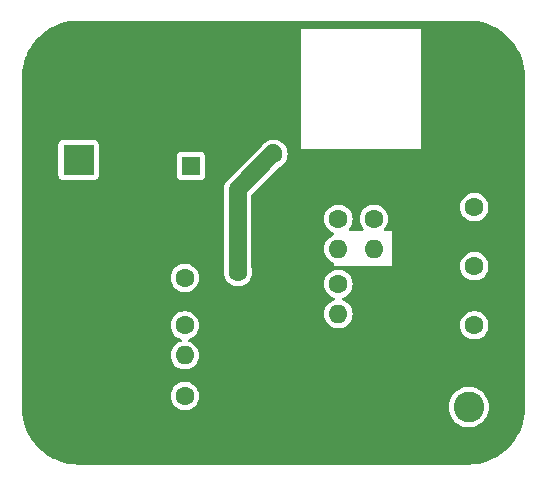
<source format=gtl>
%TF.GenerationSoftware,KiCad,Pcbnew,8.0.5*%
%TF.CreationDate,2024-10-31T21:46:15+08:00*%
%TF.ProjectId,B626_VIN3.7V_VOUT16.5V_IO0.9A,42363236-5f56-4494-9e33-2e37565f564f,rev?*%
%TF.SameCoordinates,Original*%
%TF.FileFunction,Copper,L1,Top*%
%TF.FilePolarity,Positive*%
%FSLAX46Y46*%
G04 Gerber Fmt 4.6, Leading zero omitted, Abs format (unit mm)*
G04 Created by KiCad (PCBNEW 8.0.5) date 2024-10-31 21:46:15*
%MOMM*%
%LPD*%
G01*
G04 APERTURE LIST*
%TA.AperFunction,ComponentPad*%
%ADD10R,2.600000X2.600000*%
%TD*%
%TA.AperFunction,ComponentPad*%
%ADD11C,2.600000*%
%TD*%
%TA.AperFunction,ComponentPad*%
%ADD12R,1.600000X1.600000*%
%TD*%
%TA.AperFunction,ComponentPad*%
%ADD13C,1.600000*%
%TD*%
%TA.AperFunction,ComponentPad*%
%ADD14O,1.600000X1.600000*%
%TD*%
%TA.AperFunction,ComponentPad*%
%ADD15C,6.000000*%
%TD*%
%TA.AperFunction,ViaPad*%
%ADD16C,0.500000*%
%TD*%
%TA.AperFunction,Conductor*%
%ADD17C,1.500000*%
%TD*%
%TA.AperFunction,Conductor*%
%ADD18C,0.500000*%
%TD*%
G04 APERTURE END LIST*
D10*
%TO.P,H2,1*%
%TO.N,VIN*%
X102000000Y-112000000D03*
D11*
%TO.P,H2,2*%
%TO.N,GND*%
X102000000Y-117000000D03*
%TD*%
D12*
%TO.P,C1,1*%
%TO.N,VIN*%
X111500000Y-112500000D03*
D13*
%TO.P,C1,2*%
%TO.N,GND*%
X111500000Y-116000000D03*
%TD*%
D10*
%TO.P,H5,1*%
%TO.N,GND*%
X130040000Y-132920000D03*
D11*
%TO.P,H5,2*%
%TO.N,VOUT*%
X135040000Y-132920000D03*
%TD*%
D13*
%TO.P,R3,1*%
%TO.N,Net-(U2-FB)*%
X127000000Y-117000000D03*
D14*
%TO.P,R3,2*%
%TO.N,GND*%
X127000000Y-119540000D03*
%TD*%
D13*
%TO.P,C6,1*%
%TO.N,VIN*%
X115500000Y-121500000D03*
%TO.P,C6,2*%
%TO.N,GND*%
X120500000Y-121500000D03*
%TD*%
%TO.P,C5,1*%
%TO.N,Net-(U3-K)*%
X111000000Y-122000000D03*
%TO.P,C5,2*%
%TO.N,GND*%
X106000000Y-122000000D03*
%TD*%
%TO.P,C2,1*%
%TO.N,VIN*%
X118500000Y-111500000D03*
%TO.P,C2,2*%
%TO.N,GND*%
X118500000Y-116500000D03*
%TD*%
%TO.P,C7,1*%
%TO.N,VOUT*%
X135500000Y-116000000D03*
%TO.P,C7,2*%
%TO.N,GND*%
X130500000Y-116000000D03*
%TD*%
%TO.P,C8,1*%
%TO.N,VOUT*%
X135500000Y-121000000D03*
%TO.P,C8,2*%
%TO.N,GND*%
X130500000Y-121000000D03*
%TD*%
%TO.P,R1,1*%
%TO.N,VOUT*%
X124000000Y-122500000D03*
D14*
%TO.P,R1,2*%
%TO.N,Net-(U3-K)*%
X124000000Y-125040000D03*
%TD*%
D13*
%TO.P,C12,1*%
%TO.N,VOUT*%
X135500000Y-126000000D03*
%TO.P,C12,2*%
%TO.N,GND*%
X130500000Y-126000000D03*
%TD*%
D15*
%TO.P,H1,1,1*%
%TO.N,GND*%
X105000000Y-105000000D03*
%TD*%
D13*
%TO.P,R4,1*%
%TO.N,Net-(U3-K)*%
X111000000Y-126000000D03*
D14*
%TO.P,R4,2*%
%TO.N,Net-(U3-REF)*%
X111000000Y-128540000D03*
%TD*%
D13*
%TO.P,R2,1*%
%TO.N,Net-(U2-FB)*%
X124000000Y-117000000D03*
D14*
%TO.P,R2,2*%
%TO.N,VOUT*%
X124000000Y-119540000D03*
%TD*%
D13*
%TO.P,R5,1*%
%TO.N,Net-(U3-REF)*%
X111000000Y-132000000D03*
D14*
%TO.P,R5,2*%
%TO.N,GND*%
X111000000Y-134540000D03*
%TD*%
D16*
%TO.N,GND*%
X120350000Y-136100000D03*
X132500000Y-110700000D03*
X137900000Y-126160000D03*
X112800000Y-132600000D03*
X137900000Y-118540000D03*
X112730000Y-136100000D03*
X98600000Y-108010000D03*
X125500000Y-115500000D03*
X98600000Y-130870000D03*
X120000000Y-100900000D03*
X117500000Y-130300000D03*
X118500000Y-126500000D03*
X137900000Y-129970000D03*
X124000000Y-126800000D03*
X101300000Y-136100000D03*
X135590000Y-136100000D03*
X123100000Y-131700000D03*
X113800000Y-129500000D03*
X116540000Y-136100000D03*
X118500000Y-129200000D03*
X116500000Y-107600000D03*
X108920000Y-136100000D03*
X117000000Y-128000000D03*
X98600000Y-104200000D03*
X122100000Y-114500000D03*
X112530000Y-101800000D03*
X98600000Y-127060000D03*
X124160000Y-136100000D03*
X137900000Y-110920000D03*
X126500000Y-121800000D03*
X101100000Y-101800000D03*
X98600000Y-123250000D03*
X137900000Y-107110000D03*
X131900000Y-100800000D03*
X108720000Y-101800000D03*
X98600000Y-115630000D03*
X98600000Y-111820000D03*
X116340000Y-101800000D03*
X137900000Y-103300000D03*
X105110000Y-136100000D03*
X137900000Y-133780000D03*
X109100000Y-129500000D03*
X98600000Y-119440000D03*
X137900000Y-122350000D03*
X137900000Y-114730000D03*
X98600000Y-134680000D03*
%TD*%
D17*
%TO.N,VIN*%
X118500000Y-111460000D02*
X115460000Y-114500000D01*
X115460000Y-114500000D02*
X115460000Y-121500000D01*
D18*
%TO.N,GND*%
X118500000Y-129200000D02*
X118500000Y-126500000D01*
X118500000Y-123540000D02*
X120540000Y-121500000D01*
X118500000Y-125200000D02*
X118500000Y-123540000D01*
X118500000Y-129250000D02*
X118500000Y-129200000D01*
X118500000Y-126500000D02*
X118500000Y-125200000D01*
D17*
X111500000Y-116000000D02*
X105000000Y-109500000D01*
X105000000Y-109500000D02*
X105000000Y-105000000D01*
%TD*%
%TA.AperFunction,Conductor*%
%TO.N,GND*%
G36*
X135002702Y-100200617D02*
G01*
X135412917Y-100218528D01*
X135423654Y-100219468D01*
X135828057Y-100272708D01*
X135838695Y-100274583D01*
X136236925Y-100362869D01*
X136247365Y-100365667D01*
X136636363Y-100488317D01*
X136646524Y-100492015D01*
X137023363Y-100648108D01*
X137033155Y-100652674D01*
X137394965Y-100841020D01*
X137404305Y-100846413D01*
X137689636Y-101028189D01*
X137748309Y-101065568D01*
X137757170Y-101071772D01*
X138080766Y-101320076D01*
X138089053Y-101327030D01*
X138389767Y-101602583D01*
X138397416Y-101610232D01*
X138672969Y-101910946D01*
X138679923Y-101919233D01*
X138928227Y-102242829D01*
X138934431Y-102251690D01*
X139153578Y-102595680D01*
X139158987Y-102605048D01*
X139347322Y-102966838D01*
X139351894Y-102976642D01*
X139507983Y-103353473D01*
X139511683Y-103363639D01*
X139634331Y-103752630D01*
X139637131Y-103763078D01*
X139725414Y-104161296D01*
X139727292Y-104171950D01*
X139780529Y-104576326D01*
X139781472Y-104587102D01*
X139799382Y-104997297D01*
X139799500Y-105002706D01*
X139799500Y-132997293D01*
X139799382Y-133002702D01*
X139781472Y-133412897D01*
X139780529Y-133423673D01*
X139727292Y-133828049D01*
X139725414Y-133838703D01*
X139637131Y-134236921D01*
X139634331Y-134247369D01*
X139511683Y-134636360D01*
X139507983Y-134646526D01*
X139351894Y-135023357D01*
X139347322Y-135033161D01*
X139158987Y-135394951D01*
X139153578Y-135404319D01*
X138934431Y-135748309D01*
X138928227Y-135757170D01*
X138679923Y-136080766D01*
X138672969Y-136089053D01*
X138397416Y-136389767D01*
X138389767Y-136397416D01*
X138089053Y-136672969D01*
X138080766Y-136679923D01*
X137757170Y-136928227D01*
X137748309Y-136934431D01*
X137404319Y-137153578D01*
X137394951Y-137158987D01*
X137033161Y-137347322D01*
X137023357Y-137351894D01*
X136646526Y-137507983D01*
X136636360Y-137511683D01*
X136247369Y-137634331D01*
X136236921Y-137637131D01*
X135838703Y-137725414D01*
X135828049Y-137727292D01*
X135423673Y-137780529D01*
X135412897Y-137781472D01*
X135002703Y-137799382D01*
X134997294Y-137799500D01*
X102002706Y-137799500D01*
X101997297Y-137799382D01*
X101587102Y-137781472D01*
X101576326Y-137780529D01*
X101171950Y-137727292D01*
X101161296Y-137725414D01*
X100763078Y-137637131D01*
X100752630Y-137634331D01*
X100363639Y-137511683D01*
X100353473Y-137507983D01*
X99976642Y-137351894D01*
X99966838Y-137347322D01*
X99847126Y-137285004D01*
X99605042Y-137158983D01*
X99595686Y-137153582D01*
X99423685Y-137044004D01*
X99251690Y-136934431D01*
X99242829Y-136928227D01*
X98919233Y-136679923D01*
X98910946Y-136672969D01*
X98610232Y-136397416D01*
X98602583Y-136389767D01*
X98327030Y-136089053D01*
X98320076Y-136080766D01*
X98071772Y-135757170D01*
X98065568Y-135748309D01*
X98012070Y-135664334D01*
X97846413Y-135404305D01*
X97841020Y-135394965D01*
X97652674Y-135033155D01*
X97648105Y-135023357D01*
X97492016Y-134646526D01*
X97488316Y-134636360D01*
X97483315Y-134620500D01*
X97365667Y-134247365D01*
X97362868Y-134236921D01*
X97274583Y-133838695D01*
X97272707Y-133828049D01*
X97219468Y-133423654D01*
X97218528Y-133412917D01*
X97200618Y-133002702D01*
X97200500Y-132997293D01*
X97200500Y-131999999D01*
X109794357Y-131999999D01*
X109794357Y-132000000D01*
X109814884Y-132221535D01*
X109814885Y-132221537D01*
X109875769Y-132435523D01*
X109875775Y-132435538D01*
X109974938Y-132634683D01*
X109974943Y-132634691D01*
X110109020Y-132812238D01*
X110273437Y-132962123D01*
X110273439Y-132962125D01*
X110462595Y-133079245D01*
X110462596Y-133079245D01*
X110462599Y-133079247D01*
X110670060Y-133159618D01*
X110888757Y-133200500D01*
X110888759Y-133200500D01*
X111111241Y-133200500D01*
X111111243Y-133200500D01*
X111329940Y-133159618D01*
X111537401Y-133079247D01*
X111726562Y-132962124D01*
X111772775Y-132919995D01*
X133334732Y-132919995D01*
X133334732Y-132920004D01*
X133353777Y-133174154D01*
X133363121Y-133215094D01*
X133410492Y-133422637D01*
X133503607Y-133659888D01*
X133631041Y-133880612D01*
X133789950Y-134079877D01*
X133976783Y-134253232D01*
X134187366Y-134396805D01*
X134187371Y-134396807D01*
X134187372Y-134396808D01*
X134187373Y-134396809D01*
X134309328Y-134455538D01*
X134416992Y-134507387D01*
X134416993Y-134507387D01*
X134416996Y-134507389D01*
X134660542Y-134582513D01*
X134912565Y-134620500D01*
X135167435Y-134620500D01*
X135419458Y-134582513D01*
X135663004Y-134507389D01*
X135892634Y-134396805D01*
X136103217Y-134253232D01*
X136290050Y-134079877D01*
X136448959Y-133880612D01*
X136576393Y-133659888D01*
X136669508Y-133422637D01*
X136726222Y-133174157D01*
X136734384Y-133065232D01*
X136745268Y-132920004D01*
X136745268Y-132919995D01*
X136726222Y-132665845D01*
X136719111Y-132634691D01*
X136669508Y-132417363D01*
X136576393Y-132180112D01*
X136448959Y-131959388D01*
X136290050Y-131760123D01*
X136103217Y-131586768D01*
X135892634Y-131443195D01*
X135892630Y-131443193D01*
X135892627Y-131443191D01*
X135892626Y-131443190D01*
X135663006Y-131332612D01*
X135663008Y-131332612D01*
X135419466Y-131257489D01*
X135419462Y-131257488D01*
X135419458Y-131257487D01*
X135298231Y-131239214D01*
X135167440Y-131219500D01*
X135167435Y-131219500D01*
X134912565Y-131219500D01*
X134912559Y-131219500D01*
X134755609Y-131243157D01*
X134660542Y-131257487D01*
X134660539Y-131257488D01*
X134660533Y-131257489D01*
X134416992Y-131332612D01*
X134187373Y-131443190D01*
X134187372Y-131443191D01*
X133976782Y-131586768D01*
X133789952Y-131760121D01*
X133789950Y-131760123D01*
X133631041Y-131959388D01*
X133503608Y-132180109D01*
X133410492Y-132417362D01*
X133410490Y-132417369D01*
X133353777Y-132665845D01*
X133334732Y-132919995D01*
X111772775Y-132919995D01*
X111890981Y-132812236D01*
X112025058Y-132634689D01*
X112124229Y-132435528D01*
X112185115Y-132221536D01*
X112205643Y-132000000D01*
X112185115Y-131778464D01*
X112124229Y-131564472D01*
X112063838Y-131443191D01*
X112025061Y-131365316D01*
X112025056Y-131365308D01*
X111890979Y-131187761D01*
X111726562Y-131037876D01*
X111726560Y-131037874D01*
X111537404Y-130920754D01*
X111537398Y-130920752D01*
X111329940Y-130840382D01*
X111111243Y-130799500D01*
X110888757Y-130799500D01*
X110670060Y-130840382D01*
X110538864Y-130891207D01*
X110462601Y-130920752D01*
X110462595Y-130920754D01*
X110273439Y-131037874D01*
X110273437Y-131037876D01*
X110109020Y-131187761D01*
X109974943Y-131365308D01*
X109974938Y-131365316D01*
X109875775Y-131564461D01*
X109875769Y-131564476D01*
X109814885Y-131778462D01*
X109814884Y-131778464D01*
X109794357Y-131999999D01*
X97200500Y-131999999D01*
X97200500Y-125999999D01*
X109794357Y-125999999D01*
X109794357Y-126000000D01*
X109814884Y-126221535D01*
X109814885Y-126221537D01*
X109875769Y-126435523D01*
X109875775Y-126435538D01*
X109974938Y-126634683D01*
X109974943Y-126634691D01*
X110109020Y-126812238D01*
X110273437Y-126962123D01*
X110273439Y-126962125D01*
X110462595Y-127079245D01*
X110462596Y-127079245D01*
X110462599Y-127079247D01*
X110656524Y-127154374D01*
X110711924Y-127196946D01*
X110735515Y-127262713D01*
X110719804Y-127330793D01*
X110669780Y-127379572D01*
X110656533Y-127385622D01*
X110508488Y-127442975D01*
X110462601Y-127460752D01*
X110462595Y-127460754D01*
X110273439Y-127577874D01*
X110273437Y-127577876D01*
X110109020Y-127727761D01*
X109974943Y-127905308D01*
X109974938Y-127905316D01*
X109875775Y-128104461D01*
X109875769Y-128104476D01*
X109814885Y-128318462D01*
X109814884Y-128318464D01*
X109794357Y-128539999D01*
X109794357Y-128540000D01*
X109814884Y-128761535D01*
X109814885Y-128761537D01*
X109875769Y-128975523D01*
X109875775Y-128975538D01*
X109974938Y-129174683D01*
X109974943Y-129174691D01*
X110109020Y-129352238D01*
X110273437Y-129502123D01*
X110273439Y-129502125D01*
X110462595Y-129619245D01*
X110462596Y-129619245D01*
X110462599Y-129619247D01*
X110670060Y-129699618D01*
X110888757Y-129740500D01*
X110888759Y-129740500D01*
X111111241Y-129740500D01*
X111111243Y-129740500D01*
X111329940Y-129699618D01*
X111537401Y-129619247D01*
X111726562Y-129502124D01*
X111890981Y-129352236D01*
X112025058Y-129174689D01*
X112124229Y-128975528D01*
X112185115Y-128761536D01*
X112205643Y-128540000D01*
X112185115Y-128318464D01*
X112124229Y-128104472D01*
X112124224Y-128104461D01*
X112025061Y-127905316D01*
X112025056Y-127905308D01*
X111890979Y-127727761D01*
X111726562Y-127577876D01*
X111726560Y-127577874D01*
X111537404Y-127460754D01*
X111537395Y-127460750D01*
X111443956Y-127424552D01*
X111343475Y-127385625D01*
X111288075Y-127343054D01*
X111264484Y-127277288D01*
X111280195Y-127209207D01*
X111330219Y-127160428D01*
X111343466Y-127154377D01*
X111537401Y-127079247D01*
X111726562Y-126962124D01*
X111890981Y-126812236D01*
X112025058Y-126634689D01*
X112124229Y-126435528D01*
X112185115Y-126221536D01*
X112205643Y-126000000D01*
X112185115Y-125778464D01*
X112124229Y-125564472D01*
X112079940Y-125475528D01*
X112025061Y-125365316D01*
X112025056Y-125365308D01*
X111890979Y-125187761D01*
X111726562Y-125037876D01*
X111726560Y-125037874D01*
X111537404Y-124920754D01*
X111537398Y-124920752D01*
X111329940Y-124840382D01*
X111111243Y-124799500D01*
X110888757Y-124799500D01*
X110670060Y-124840382D01*
X110538864Y-124891207D01*
X110462601Y-124920752D01*
X110462595Y-124920754D01*
X110273439Y-125037874D01*
X110273437Y-125037876D01*
X110109020Y-125187761D01*
X109974943Y-125365308D01*
X109974938Y-125365316D01*
X109875775Y-125564461D01*
X109875769Y-125564476D01*
X109814885Y-125778462D01*
X109814884Y-125778464D01*
X109794357Y-125999999D01*
X97200500Y-125999999D01*
X97200500Y-121999999D01*
X109794357Y-121999999D01*
X109794357Y-122000000D01*
X109814884Y-122221535D01*
X109814885Y-122221537D01*
X109875769Y-122435523D01*
X109875775Y-122435538D01*
X109974938Y-122634683D01*
X109974943Y-122634691D01*
X110109020Y-122812238D01*
X110273437Y-122962123D01*
X110273439Y-122962125D01*
X110462595Y-123079245D01*
X110462596Y-123079245D01*
X110462599Y-123079247D01*
X110670060Y-123159618D01*
X110888757Y-123200500D01*
X110888759Y-123200500D01*
X111111241Y-123200500D01*
X111111243Y-123200500D01*
X111329940Y-123159618D01*
X111537401Y-123079247D01*
X111726562Y-122962124D01*
X111890981Y-122812236D01*
X112025058Y-122634689D01*
X112124229Y-122435528D01*
X112185115Y-122221536D01*
X112205643Y-122000000D01*
X112185115Y-121778464D01*
X112124229Y-121564472D01*
X112092126Y-121500000D01*
X112092126Y-121499999D01*
X114294357Y-121499999D01*
X114294357Y-121500000D01*
X114314884Y-121721535D01*
X114314885Y-121721537D01*
X114375769Y-121935523D01*
X114375775Y-121935538D01*
X114474938Y-122134683D01*
X114474943Y-122134691D01*
X114609020Y-122312238D01*
X114773437Y-122462123D01*
X114773439Y-122462125D01*
X114962595Y-122579245D01*
X114962596Y-122579245D01*
X114962599Y-122579247D01*
X115170060Y-122659618D01*
X115388757Y-122700500D01*
X115388759Y-122700500D01*
X115611241Y-122700500D01*
X115611243Y-122700500D01*
X115829940Y-122659618D01*
X116037401Y-122579247D01*
X116165391Y-122499999D01*
X122794357Y-122499999D01*
X122794357Y-122500000D01*
X122814884Y-122721535D01*
X122814885Y-122721537D01*
X122875769Y-122935523D01*
X122875775Y-122935538D01*
X122974938Y-123134683D01*
X122974943Y-123134691D01*
X123109020Y-123312238D01*
X123273437Y-123462123D01*
X123273439Y-123462125D01*
X123462595Y-123579245D01*
X123462596Y-123579245D01*
X123462599Y-123579247D01*
X123656524Y-123654374D01*
X123711924Y-123696946D01*
X123735515Y-123762713D01*
X123719804Y-123830793D01*
X123669780Y-123879572D01*
X123656533Y-123885622D01*
X123508488Y-123942975D01*
X123462601Y-123960752D01*
X123462595Y-123960754D01*
X123273439Y-124077874D01*
X123273437Y-124077876D01*
X123109020Y-124227761D01*
X122974943Y-124405308D01*
X122974938Y-124405316D01*
X122875775Y-124604461D01*
X122875769Y-124604476D01*
X122814885Y-124818462D01*
X122814884Y-124818464D01*
X122794357Y-125039999D01*
X122794357Y-125040000D01*
X122814884Y-125261535D01*
X122814885Y-125261537D01*
X122875769Y-125475523D01*
X122875775Y-125475538D01*
X122974938Y-125674683D01*
X122974943Y-125674691D01*
X123109020Y-125852238D01*
X123273437Y-126002123D01*
X123273439Y-126002125D01*
X123462595Y-126119245D01*
X123462596Y-126119245D01*
X123462599Y-126119247D01*
X123670060Y-126199618D01*
X123888757Y-126240500D01*
X123888759Y-126240500D01*
X124111241Y-126240500D01*
X124111243Y-126240500D01*
X124329940Y-126199618D01*
X124537401Y-126119247D01*
X124726562Y-126002124D01*
X124728893Y-125999999D01*
X134294357Y-125999999D01*
X134294357Y-126000000D01*
X134314884Y-126221535D01*
X134314885Y-126221537D01*
X134375769Y-126435523D01*
X134375775Y-126435538D01*
X134474938Y-126634683D01*
X134474943Y-126634691D01*
X134609020Y-126812238D01*
X134773437Y-126962123D01*
X134773439Y-126962125D01*
X134962595Y-127079245D01*
X134962596Y-127079245D01*
X134962599Y-127079247D01*
X135170060Y-127159618D01*
X135388757Y-127200500D01*
X135388759Y-127200500D01*
X135611241Y-127200500D01*
X135611243Y-127200500D01*
X135829940Y-127159618D01*
X136037401Y-127079247D01*
X136226562Y-126962124D01*
X136390981Y-126812236D01*
X136525058Y-126634689D01*
X136624229Y-126435528D01*
X136685115Y-126221536D01*
X136705643Y-126000000D01*
X136685115Y-125778464D01*
X136624229Y-125564472D01*
X136579940Y-125475528D01*
X136525061Y-125365316D01*
X136525056Y-125365308D01*
X136390979Y-125187761D01*
X136226562Y-125037876D01*
X136226560Y-125037874D01*
X136037404Y-124920754D01*
X136037398Y-124920752D01*
X135829940Y-124840382D01*
X135611243Y-124799500D01*
X135388757Y-124799500D01*
X135170060Y-124840382D01*
X135038864Y-124891207D01*
X134962601Y-124920752D01*
X134962595Y-124920754D01*
X134773439Y-125037874D01*
X134773437Y-125037876D01*
X134609020Y-125187761D01*
X134474943Y-125365308D01*
X134474938Y-125365316D01*
X134375775Y-125564461D01*
X134375769Y-125564476D01*
X134314885Y-125778462D01*
X134314884Y-125778464D01*
X134294357Y-125999999D01*
X124728893Y-125999999D01*
X124890981Y-125852236D01*
X125025058Y-125674689D01*
X125124229Y-125475528D01*
X125185115Y-125261536D01*
X125205643Y-125040000D01*
X125185115Y-124818464D01*
X125124229Y-124604472D01*
X125124224Y-124604461D01*
X125025061Y-124405316D01*
X125025056Y-124405308D01*
X124890979Y-124227761D01*
X124726562Y-124077876D01*
X124726560Y-124077874D01*
X124537404Y-123960754D01*
X124537395Y-123960750D01*
X124443956Y-123924552D01*
X124343475Y-123885625D01*
X124288075Y-123843054D01*
X124264484Y-123777288D01*
X124280195Y-123709207D01*
X124330219Y-123660428D01*
X124343466Y-123654377D01*
X124537401Y-123579247D01*
X124726562Y-123462124D01*
X124890981Y-123312236D01*
X125025058Y-123134689D01*
X125124229Y-122935528D01*
X125185115Y-122721536D01*
X125205643Y-122500000D01*
X125185115Y-122278464D01*
X125124229Y-122064472D01*
X125092126Y-122000000D01*
X125025061Y-121865316D01*
X125025056Y-121865308D01*
X124890979Y-121687761D01*
X124726562Y-121537876D01*
X124726560Y-121537874D01*
X124537404Y-121420754D01*
X124537398Y-121420752D01*
X124329940Y-121340382D01*
X124111243Y-121299500D01*
X123888757Y-121299500D01*
X123670060Y-121340382D01*
X123538864Y-121391207D01*
X123462601Y-121420752D01*
X123462595Y-121420754D01*
X123273439Y-121537874D01*
X123273437Y-121537876D01*
X123109020Y-121687761D01*
X122974943Y-121865308D01*
X122974938Y-121865316D01*
X122875775Y-122064461D01*
X122875769Y-122064476D01*
X122814885Y-122278462D01*
X122814884Y-122278464D01*
X122794357Y-122499999D01*
X116165391Y-122499999D01*
X116226562Y-122462124D01*
X116390981Y-122312236D01*
X116525058Y-122134689D01*
X116624229Y-121935528D01*
X116685115Y-121721536D01*
X116705643Y-121500000D01*
X116685115Y-121278464D01*
X116659308Y-121187761D01*
X116624233Y-121064483D01*
X116624226Y-121064465D01*
X116623497Y-121063001D01*
X116623247Y-121061938D01*
X116622159Y-121059130D01*
X116622550Y-121058978D01*
X116610500Y-121007735D01*
X116610500Y-116999999D01*
X122794357Y-116999999D01*
X122794357Y-117000000D01*
X122814884Y-117221535D01*
X122814885Y-117221537D01*
X122875769Y-117435523D01*
X122875775Y-117435538D01*
X122974938Y-117634683D01*
X122974943Y-117634691D01*
X123109020Y-117812238D01*
X123273437Y-117962123D01*
X123273439Y-117962125D01*
X123309709Y-117984582D01*
X123462599Y-118079247D01*
X123520793Y-118101791D01*
X123576195Y-118144363D01*
X123599786Y-118210130D01*
X123600000Y-118217418D01*
X123600000Y-118322581D01*
X123580315Y-118389620D01*
X123527511Y-118435375D01*
X123520796Y-118438207D01*
X123462595Y-118460754D01*
X123462595Y-118460755D01*
X123273439Y-118577874D01*
X123273437Y-118577876D01*
X123109020Y-118727761D01*
X122974943Y-118905308D01*
X122974938Y-118905316D01*
X122875775Y-119104461D01*
X122875769Y-119104476D01*
X122814885Y-119318462D01*
X122814884Y-119318464D01*
X122794357Y-119539999D01*
X122794357Y-119540000D01*
X122814884Y-119761535D01*
X122814885Y-119761537D01*
X122875769Y-119975523D01*
X122875775Y-119975538D01*
X122974938Y-120174683D01*
X122974943Y-120174691D01*
X123109020Y-120352238D01*
X123273437Y-120502123D01*
X123273439Y-120502125D01*
X123374116Y-120564461D01*
X123462599Y-120619247D01*
X123520793Y-120641791D01*
X123576195Y-120684363D01*
X123599786Y-120750130D01*
X123600000Y-120757418D01*
X123600000Y-121000000D01*
X128500000Y-121000000D01*
X128500000Y-120999999D01*
X134294357Y-120999999D01*
X134294357Y-121000000D01*
X134314884Y-121221535D01*
X134314885Y-121221537D01*
X134375769Y-121435523D01*
X134375775Y-121435538D01*
X134474938Y-121634683D01*
X134474943Y-121634691D01*
X134609020Y-121812238D01*
X134773437Y-121962123D01*
X134773439Y-121962125D01*
X134962595Y-122079245D01*
X134962596Y-122079245D01*
X134962599Y-122079247D01*
X135170060Y-122159618D01*
X135388757Y-122200500D01*
X135388759Y-122200500D01*
X135611241Y-122200500D01*
X135611243Y-122200500D01*
X135829940Y-122159618D01*
X136037401Y-122079247D01*
X136226562Y-121962124D01*
X136390981Y-121812236D01*
X136525058Y-121634689D01*
X136624229Y-121435528D01*
X136685115Y-121221536D01*
X136705643Y-121000000D01*
X136685115Y-120778464D01*
X136624229Y-120564472D01*
X136593184Y-120502125D01*
X136525061Y-120365316D01*
X136525056Y-120365308D01*
X136390979Y-120187761D01*
X136226562Y-120037876D01*
X136226560Y-120037874D01*
X136037404Y-119920754D01*
X136037398Y-119920752D01*
X135829940Y-119840382D01*
X135611243Y-119799500D01*
X135388757Y-119799500D01*
X135170060Y-119840382D01*
X135038864Y-119891207D01*
X134962601Y-119920752D01*
X134962595Y-119920754D01*
X134773439Y-120037874D01*
X134773437Y-120037876D01*
X134609020Y-120187761D01*
X134474943Y-120365308D01*
X134474938Y-120365316D01*
X134375775Y-120564461D01*
X134375769Y-120564476D01*
X134314885Y-120778462D01*
X134314884Y-120778464D01*
X134294357Y-120999999D01*
X128500000Y-120999999D01*
X128500000Y-118000000D01*
X127998214Y-118000000D01*
X127931175Y-117980315D01*
X127885420Y-117927511D01*
X127875476Y-117858353D01*
X127899260Y-117801273D01*
X128025056Y-117634691D01*
X128025058Y-117634689D01*
X128124229Y-117435528D01*
X128185115Y-117221536D01*
X128205643Y-117000000D01*
X128185115Y-116778464D01*
X128124229Y-116564472D01*
X128124224Y-116564461D01*
X128025061Y-116365316D01*
X128025056Y-116365308D01*
X127890979Y-116187761D01*
X127726562Y-116037876D01*
X127726560Y-116037874D01*
X127665390Y-115999999D01*
X134294357Y-115999999D01*
X134294357Y-116000000D01*
X134314884Y-116221535D01*
X134314885Y-116221537D01*
X134375769Y-116435523D01*
X134375775Y-116435538D01*
X134474938Y-116634683D01*
X134474943Y-116634691D01*
X134609020Y-116812238D01*
X134773437Y-116962123D01*
X134773439Y-116962125D01*
X134962595Y-117079245D01*
X134962596Y-117079245D01*
X134962599Y-117079247D01*
X135170060Y-117159618D01*
X135388757Y-117200500D01*
X135388759Y-117200500D01*
X135611241Y-117200500D01*
X135611243Y-117200500D01*
X135829940Y-117159618D01*
X136037401Y-117079247D01*
X136226562Y-116962124D01*
X136390981Y-116812236D01*
X136525058Y-116634689D01*
X136624229Y-116435528D01*
X136685115Y-116221536D01*
X136705643Y-116000000D01*
X136685115Y-115778464D01*
X136624229Y-115564472D01*
X136624224Y-115564461D01*
X136525061Y-115365316D01*
X136525056Y-115365308D01*
X136390979Y-115187761D01*
X136226562Y-115037876D01*
X136226560Y-115037874D01*
X136037404Y-114920754D01*
X136037398Y-114920752D01*
X135829940Y-114840382D01*
X135611243Y-114799500D01*
X135388757Y-114799500D01*
X135170060Y-114840382D01*
X135038864Y-114891207D01*
X134962601Y-114920752D01*
X134962595Y-114920754D01*
X134773439Y-115037874D01*
X134773437Y-115037876D01*
X134609020Y-115187761D01*
X134474943Y-115365308D01*
X134474938Y-115365316D01*
X134375775Y-115564461D01*
X134375769Y-115564476D01*
X134314885Y-115778462D01*
X134314884Y-115778464D01*
X134294357Y-115999999D01*
X127665390Y-115999999D01*
X127537404Y-115920754D01*
X127537398Y-115920752D01*
X127329940Y-115840382D01*
X127111243Y-115799500D01*
X126888757Y-115799500D01*
X126670060Y-115840382D01*
X126538864Y-115891207D01*
X126462601Y-115920752D01*
X126462595Y-115920754D01*
X126273439Y-116037874D01*
X126273437Y-116037876D01*
X126109020Y-116187761D01*
X125974943Y-116365308D01*
X125974938Y-116365316D01*
X125875775Y-116564461D01*
X125875769Y-116564476D01*
X125814885Y-116778462D01*
X125814884Y-116778464D01*
X125794357Y-116999999D01*
X125794357Y-117000000D01*
X125814884Y-117221535D01*
X125814885Y-117221537D01*
X125875769Y-117435523D01*
X125875775Y-117435538D01*
X125974938Y-117634683D01*
X125974943Y-117634691D01*
X126100740Y-117801273D01*
X126125432Y-117866635D01*
X126110867Y-117934969D01*
X126061669Y-117984582D01*
X126001786Y-118000000D01*
X124998214Y-118000000D01*
X124931175Y-117980315D01*
X124885420Y-117927511D01*
X124875476Y-117858353D01*
X124899260Y-117801273D01*
X125025056Y-117634691D01*
X125025058Y-117634689D01*
X125124229Y-117435528D01*
X125185115Y-117221536D01*
X125205643Y-117000000D01*
X125185115Y-116778464D01*
X125124229Y-116564472D01*
X125124224Y-116564461D01*
X125025061Y-116365316D01*
X125025056Y-116365308D01*
X124890979Y-116187761D01*
X124726562Y-116037876D01*
X124726560Y-116037874D01*
X124537404Y-115920754D01*
X124537398Y-115920752D01*
X124329940Y-115840382D01*
X124111243Y-115799500D01*
X123888757Y-115799500D01*
X123670060Y-115840382D01*
X123538864Y-115891207D01*
X123462601Y-115920752D01*
X123462595Y-115920754D01*
X123273439Y-116037874D01*
X123273437Y-116037876D01*
X123109020Y-116187761D01*
X122974943Y-116365308D01*
X122974938Y-116365316D01*
X122875775Y-116564461D01*
X122875769Y-116564476D01*
X122814885Y-116778462D01*
X122814884Y-116778464D01*
X122794357Y-116999999D01*
X116610500Y-116999999D01*
X116610500Y-115027914D01*
X116630185Y-114960875D01*
X116646814Y-114940238D01*
X118970595Y-112616456D01*
X119013482Y-112588512D01*
X119037401Y-112579247D01*
X119226562Y-112462124D01*
X119390981Y-112312236D01*
X119525058Y-112134689D01*
X119624229Y-111935528D01*
X119685115Y-111721536D01*
X119705643Y-111500000D01*
X119685115Y-111278464D01*
X119628647Y-111080000D01*
X120870000Y-111080000D01*
X131030000Y-111080000D01*
X131030000Y-100920000D01*
X120870000Y-100920000D01*
X120870000Y-111080000D01*
X119628647Y-111080000D01*
X119624229Y-111064472D01*
X119624224Y-111064461D01*
X119525061Y-110865316D01*
X119525056Y-110865308D01*
X119390979Y-110687761D01*
X119226562Y-110537876D01*
X119226560Y-110537874D01*
X119037404Y-110420754D01*
X119037398Y-110420752D01*
X118829940Y-110340382D01*
X118611243Y-110299500D01*
X118388757Y-110299500D01*
X118170060Y-110340382D01*
X118038864Y-110391207D01*
X117962601Y-110420752D01*
X117962595Y-110420754D01*
X117773439Y-110537874D01*
X117773437Y-110537876D01*
X117609020Y-110687762D01*
X117502660Y-110828604D01*
X117491387Y-110841558D01*
X114710502Y-113622444D01*
X114582445Y-113750500D01*
X114582441Y-113750505D01*
X114476006Y-113897002D01*
X114393788Y-114058360D01*
X114393787Y-114058363D01*
X114337829Y-114230589D01*
X114309499Y-114409455D01*
X114309499Y-114595656D01*
X114309500Y-114595681D01*
X114309500Y-121330845D01*
X114308971Y-121342286D01*
X114294357Y-121499999D01*
X112092126Y-121499999D01*
X112025061Y-121365316D01*
X112025056Y-121365308D01*
X111890979Y-121187761D01*
X111726562Y-121037876D01*
X111726560Y-121037874D01*
X111537404Y-120920754D01*
X111537398Y-120920752D01*
X111329940Y-120840382D01*
X111111243Y-120799500D01*
X110888757Y-120799500D01*
X110670060Y-120840382D01*
X110538864Y-120891207D01*
X110462601Y-120920752D01*
X110462595Y-120920754D01*
X110273439Y-121037874D01*
X110273437Y-121037876D01*
X110109020Y-121187761D01*
X109974943Y-121365308D01*
X109974938Y-121365316D01*
X109875775Y-121564461D01*
X109875769Y-121564476D01*
X109814885Y-121778462D01*
X109814884Y-121778464D01*
X109794357Y-121999999D01*
X97200500Y-121999999D01*
X97200500Y-110668475D01*
X100299500Y-110668475D01*
X100299500Y-113331517D01*
X100310292Y-113399657D01*
X100314354Y-113425304D01*
X100371950Y-113538342D01*
X100371952Y-113538344D01*
X100371954Y-113538347D01*
X100461652Y-113628045D01*
X100461654Y-113628046D01*
X100461658Y-113628050D01*
X100574694Y-113685645D01*
X100574698Y-113685647D01*
X100668475Y-113700499D01*
X100668481Y-113700500D01*
X103331518Y-113700499D01*
X103425304Y-113685646D01*
X103538342Y-113628050D01*
X103628050Y-113538342D01*
X103685646Y-113425304D01*
X103685646Y-113425302D01*
X103685647Y-113425301D01*
X103700499Y-113331524D01*
X103700500Y-113331519D01*
X103700499Y-111668475D01*
X110299500Y-111668475D01*
X110299500Y-113331517D01*
X110310292Y-113399657D01*
X110314354Y-113425304D01*
X110371950Y-113538342D01*
X110371952Y-113538344D01*
X110371954Y-113538347D01*
X110461652Y-113628045D01*
X110461654Y-113628046D01*
X110461658Y-113628050D01*
X110574694Y-113685645D01*
X110574698Y-113685647D01*
X110668475Y-113700499D01*
X110668481Y-113700500D01*
X112331518Y-113700499D01*
X112425304Y-113685646D01*
X112538342Y-113628050D01*
X112628050Y-113538342D01*
X112685646Y-113425304D01*
X112685646Y-113425302D01*
X112685647Y-113425301D01*
X112700499Y-113331524D01*
X112700500Y-113331519D01*
X112700499Y-111668482D01*
X112685646Y-111574696D01*
X112628050Y-111461658D01*
X112628046Y-111461654D01*
X112628045Y-111461652D01*
X112538347Y-111371954D01*
X112538344Y-111371952D01*
X112538342Y-111371950D01*
X112461517Y-111332805D01*
X112425301Y-111314352D01*
X112331524Y-111299500D01*
X110668482Y-111299500D01*
X110587519Y-111312323D01*
X110574696Y-111314354D01*
X110461658Y-111371950D01*
X110461657Y-111371951D01*
X110461652Y-111371954D01*
X110371954Y-111461652D01*
X110371951Y-111461657D01*
X110314352Y-111574698D01*
X110299500Y-111668475D01*
X103700499Y-111668475D01*
X103700499Y-110668482D01*
X103685646Y-110574696D01*
X103628050Y-110461658D01*
X103628046Y-110461654D01*
X103628045Y-110461652D01*
X103538347Y-110371954D01*
X103538344Y-110371952D01*
X103538342Y-110371950D01*
X103461517Y-110332805D01*
X103425301Y-110314352D01*
X103331524Y-110299500D01*
X100668482Y-110299500D01*
X100587519Y-110312323D01*
X100574696Y-110314354D01*
X100461658Y-110371950D01*
X100461657Y-110371951D01*
X100461652Y-110371954D01*
X100371954Y-110461652D01*
X100371951Y-110461657D01*
X100314352Y-110574698D01*
X100299500Y-110668475D01*
X97200500Y-110668475D01*
X97200500Y-105002706D01*
X97200618Y-104997297D01*
X97209891Y-104784906D01*
X97218528Y-104587080D01*
X97219468Y-104576347D01*
X97272709Y-104171938D01*
X97274582Y-104161308D01*
X97362870Y-103763068D01*
X97365668Y-103752630D01*
X97488316Y-103363639D01*
X97492016Y-103353473D01*
X97593711Y-103107961D01*
X97648111Y-102976627D01*
X97652669Y-102966853D01*
X97841025Y-102605024D01*
X97846407Y-102595703D01*
X98065574Y-102251680D01*
X98071765Y-102242837D01*
X98320083Y-101919224D01*
X98327021Y-101910955D01*
X98602594Y-101610220D01*
X98610220Y-101602594D01*
X98910955Y-101327021D01*
X98919224Y-101320083D01*
X99242837Y-101071765D01*
X99251680Y-101065574D01*
X99595703Y-100846407D01*
X99605024Y-100841025D01*
X99966853Y-100652669D01*
X99976627Y-100648111D01*
X100353482Y-100492012D01*
X100363629Y-100488319D01*
X100752639Y-100365665D01*
X100763068Y-100362870D01*
X101161308Y-100274582D01*
X101171938Y-100272709D01*
X101576347Y-100219468D01*
X101587080Y-100218528D01*
X101997297Y-100200617D01*
X102002706Y-100200500D01*
X102039882Y-100200500D01*
X134960118Y-100200500D01*
X134997294Y-100200500D01*
X135002702Y-100200617D01*
G37*
%TD.AperFunction*%
%TD*%
M02*

</source>
